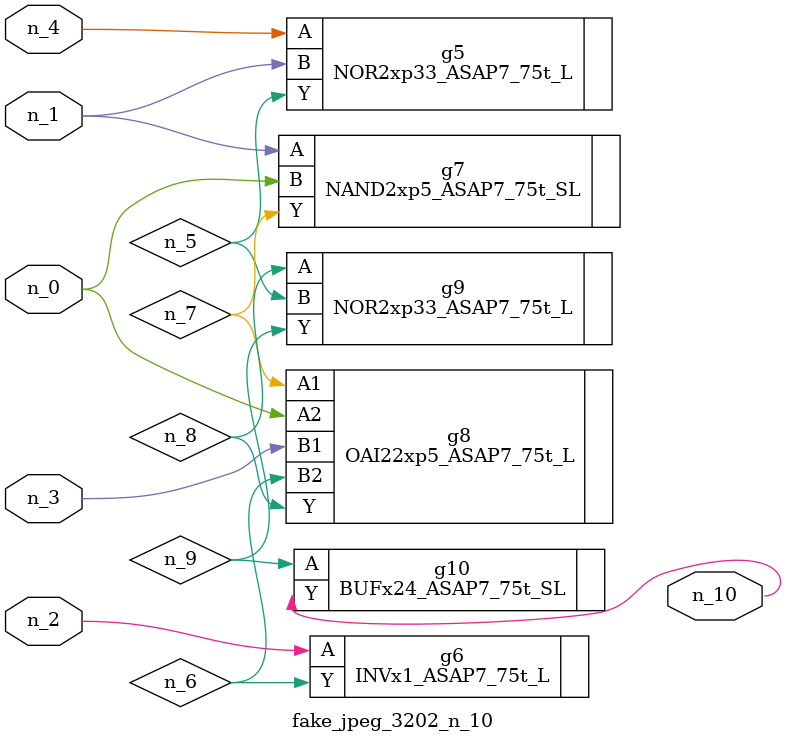
<source format=v>
module fake_jpeg_3202_n_10 (n_3, n_2, n_1, n_0, n_4, n_10);

input n_3;
input n_2;
input n_1;
input n_0;
input n_4;

output n_10;

wire n_8;
wire n_9;
wire n_6;
wire n_5;
wire n_7;

NOR2xp33_ASAP7_75t_L g5 ( 
.A(n_4),
.B(n_1),
.Y(n_5)
);

INVx1_ASAP7_75t_L g6 ( 
.A(n_2),
.Y(n_6)
);

NAND2xp5_ASAP7_75t_SL g7 ( 
.A(n_1),
.B(n_0),
.Y(n_7)
);

OAI22xp5_ASAP7_75t_L g8 ( 
.A1(n_7),
.A2(n_0),
.B1(n_3),
.B2(n_6),
.Y(n_8)
);

NOR2xp33_ASAP7_75t_L g9 ( 
.A(n_8),
.B(n_5),
.Y(n_9)
);

BUFx24_ASAP7_75t_SL g10 ( 
.A(n_9),
.Y(n_10)
);


endmodule
</source>
